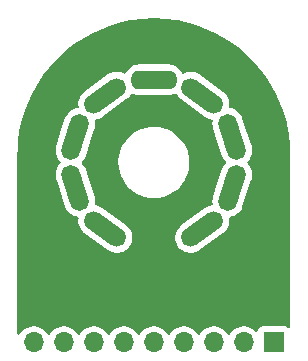
<source format=gbr>
%TF.GenerationSoftware,KiCad,Pcbnew,(6.0.5)*%
%TF.CreationDate,2023-02-15T13:57:15-05:00*%
%TF.ProjectId,12ax7_socket,31326178-375f-4736-9f63-6b65742e6b69,rev?*%
%TF.SameCoordinates,Original*%
%TF.FileFunction,Copper,L1,Top*%
%TF.FilePolarity,Positive*%
%FSLAX46Y46*%
G04 Gerber Fmt 4.6, Leading zero omitted, Abs format (unit mm)*
G04 Created by KiCad (PCBNEW (6.0.5)) date 2023-02-15 13:57:15*
%MOMM*%
%LPD*%
G01*
G04 APERTURE LIST*
G04 Aperture macros list*
%AMHorizOval*
0 Thick line with rounded ends*
0 $1 width*
0 $2 $3 position (X,Y) of the first rounded end (center of the circle)*
0 $4 $5 position (X,Y) of the second rounded end (center of the circle)*
0 Add line between two ends*
20,1,$1,$2,$3,$4,$5,0*
0 Add two circle primitives to create the rounded ends*
1,1,$1,$2,$3*
1,1,$1,$4,$5*%
G04 Aperture macros list end*
%TA.AperFunction,ComponentPad*%
%ADD10HorizOval,1.600000X-0.970820X-0.705342X0.970820X0.705342X0*%
%TD*%
%TA.AperFunction,ComponentPad*%
%ADD11HorizOval,1.600000X-0.370820X-1.141268X0.370820X1.141268X0*%
%TD*%
%TA.AperFunction,ComponentPad*%
%ADD12HorizOval,1.600000X-0.370820X1.141268X0.370820X-1.141268X0*%
%TD*%
%TA.AperFunction,ComponentPad*%
%ADD13HorizOval,1.600000X-0.970820X0.705342X0.970820X-0.705342X0*%
%TD*%
%TA.AperFunction,ComponentPad*%
%ADD14O,4.000000X1.600000*%
%TD*%
%TA.AperFunction,ComponentPad*%
%ADD15R,1.700000X1.700000*%
%TD*%
%TA.AperFunction,ComponentPad*%
%ADD16O,1.700000X1.700000*%
%TD*%
G04 APERTURE END LIST*
D10*
%TO.P,U1,1,A*%
%TO.N,/A1*%
X164125680Y-99630984D03*
D11*
%TO.P,U1,2,G*%
%TO.N,/G1*%
X166663130Y-96138484D03*
D12*
%TO.P,U1,3,K*%
%TO.N,/K1*%
X166663130Y-91821516D03*
D13*
%TO.P,U1,4,F1*%
%TO.N,/H1*%
X164125680Y-88329016D03*
D14*
%TO.P,U1,5,F1*%
%TO.N,/H3*%
X160020000Y-86995000D03*
D10*
%TO.P,U1,6,A*%
%TO.N,/A2*%
X155914320Y-88329016D03*
D11*
%TO.P,U1,7,G*%
%TO.N,/G2*%
X153376870Y-91821516D03*
D12*
%TO.P,U1,8,K*%
%TO.N,/K2*%
X153376870Y-96138484D03*
D13*
%TO.P,U1,9,F2*%
%TO.N,/H2*%
X155914320Y-99630984D03*
%TD*%
D15*
%TO.P,J1,1,Pin_1*%
%TO.N,/H1*%
X170170000Y-109220000D03*
D16*
%TO.P,J1,2,Pin_2*%
%TO.N,/K1*%
X167630000Y-109220000D03*
%TO.P,J1,3,Pin_3*%
%TO.N,/G1*%
X165090000Y-109220000D03*
%TO.P,J1,4,Pin_4*%
%TO.N,/A1*%
X162550000Y-109220000D03*
%TO.P,J1,5,Pin_5*%
%TO.N,/H3*%
X160010000Y-109220000D03*
%TO.P,J1,6,Pin_6*%
%TO.N,/H2*%
X157470000Y-109220000D03*
%TO.P,J1,7,Pin_7*%
%TO.N,/K2*%
X154930000Y-109220000D03*
%TO.P,J1,8,Pin_8*%
%TO.N,/G2*%
X152390000Y-109220000D03*
%TO.P,J1,9,Pin_9*%
%TO.N,/A2*%
X149850000Y-109220000D03*
%TD*%
%TA.AperFunction,NonConductor*%
G36*
X160402087Y-81799618D02*
G01*
X160688292Y-81807946D01*
X160695592Y-81808371D01*
X161098655Y-81843634D01*
X161357980Y-81866322D01*
X161365259Y-81867173D01*
X161568013Y-81896872D01*
X162023152Y-81963540D01*
X162030344Y-81964808D01*
X162437415Y-82048862D01*
X162681517Y-82099265D01*
X162688648Y-82100955D01*
X163330897Y-82273044D01*
X163337919Y-82275146D01*
X163969081Y-82484291D01*
X163975968Y-82486798D01*
X164593888Y-82732282D01*
X164600618Y-82735185D01*
X165203232Y-83016188D01*
X165209782Y-83019478D01*
X165795017Y-83335034D01*
X165801364Y-83338698D01*
X166367283Y-83687762D01*
X166373407Y-83691790D01*
X166918071Y-84073168D01*
X166923933Y-84077532D01*
X167123460Y-84235298D01*
X167445502Y-84489936D01*
X167451116Y-84494647D01*
X167947816Y-84936673D01*
X167953147Y-84941703D01*
X168423297Y-85411853D01*
X168428327Y-85417184D01*
X168870353Y-85913884D01*
X168875064Y-85919498D01*
X168927365Y-85985643D01*
X169225767Y-86363033D01*
X169287461Y-86441058D01*
X169291832Y-86446929D01*
X169509715Y-86758098D01*
X169673210Y-86991593D01*
X169677238Y-86997717D01*
X170026302Y-87563636D01*
X170029966Y-87569983D01*
X170345522Y-88155218D01*
X170348812Y-88161768D01*
X170629815Y-88764382D01*
X170632718Y-88771112D01*
X170878202Y-89389032D01*
X170880709Y-89395919D01*
X171089854Y-90027081D01*
X171091956Y-90034103D01*
X171264045Y-90676352D01*
X171265735Y-90683483D01*
X171400192Y-91334656D01*
X171401460Y-91341848D01*
X171425415Y-91505386D01*
X171497827Y-91999741D01*
X171498678Y-92007020D01*
X171512148Y-92160984D01*
X171555115Y-92652091D01*
X171556629Y-92669400D01*
X171557054Y-92676708D01*
X171568858Y-93082337D01*
X171575192Y-93300031D01*
X171573744Y-93323085D01*
X171572690Y-93329850D01*
X171572690Y-93329856D01*
X171571309Y-93338724D01*
X171572473Y-93347626D01*
X171572473Y-93347628D01*
X171575436Y-93370283D01*
X171576500Y-93386621D01*
X171576500Y-107899673D01*
X171556498Y-107967794D01*
X171502842Y-108014287D01*
X171432568Y-108024391D01*
X171374935Y-108000499D01*
X171331297Y-107967794D01*
X171266705Y-107919385D01*
X171130316Y-107868255D01*
X171068134Y-107861500D01*
X169271866Y-107861500D01*
X169209684Y-107868255D01*
X169073295Y-107919385D01*
X168956739Y-108006739D01*
X168869385Y-108123295D01*
X168866233Y-108131703D01*
X168824919Y-108241907D01*
X168782277Y-108298671D01*
X168715716Y-108323371D01*
X168646367Y-108308163D01*
X168613743Y-108282476D01*
X168563151Y-108226875D01*
X168563142Y-108226866D01*
X168559670Y-108223051D01*
X168555619Y-108219852D01*
X168555615Y-108219848D01*
X168388414Y-108087800D01*
X168388410Y-108087798D01*
X168384359Y-108084598D01*
X168188789Y-107976638D01*
X168183920Y-107974914D01*
X168183916Y-107974912D01*
X167983087Y-107903795D01*
X167983083Y-107903794D01*
X167978212Y-107902069D01*
X167973119Y-107901162D01*
X167973116Y-107901161D01*
X167763373Y-107863800D01*
X167763367Y-107863799D01*
X167758284Y-107862894D01*
X167684452Y-107861992D01*
X167540081Y-107860228D01*
X167540079Y-107860228D01*
X167534911Y-107860165D01*
X167314091Y-107893955D01*
X167101756Y-107963357D01*
X167071443Y-107979137D01*
X167003921Y-108014287D01*
X166903607Y-108066507D01*
X166899474Y-108069610D01*
X166899471Y-108069612D01*
X166729100Y-108197530D01*
X166724965Y-108200635D01*
X166685525Y-108241907D01*
X166631280Y-108298671D01*
X166570629Y-108362138D01*
X166463201Y-108519621D01*
X166408293Y-108564621D01*
X166337768Y-108572792D01*
X166274021Y-108541538D01*
X166253324Y-108517054D01*
X166172822Y-108392617D01*
X166172820Y-108392614D01*
X166170014Y-108388277D01*
X166019670Y-108223051D01*
X166015619Y-108219852D01*
X166015615Y-108219848D01*
X165848414Y-108087800D01*
X165848410Y-108087798D01*
X165844359Y-108084598D01*
X165648789Y-107976638D01*
X165643920Y-107974914D01*
X165643916Y-107974912D01*
X165443087Y-107903795D01*
X165443083Y-107903794D01*
X165438212Y-107902069D01*
X165433119Y-107901162D01*
X165433116Y-107901161D01*
X165223373Y-107863800D01*
X165223367Y-107863799D01*
X165218284Y-107862894D01*
X165144452Y-107861992D01*
X165000081Y-107860228D01*
X165000079Y-107860228D01*
X164994911Y-107860165D01*
X164774091Y-107893955D01*
X164561756Y-107963357D01*
X164531443Y-107979137D01*
X164463921Y-108014287D01*
X164363607Y-108066507D01*
X164359474Y-108069610D01*
X164359471Y-108069612D01*
X164189100Y-108197530D01*
X164184965Y-108200635D01*
X164145525Y-108241907D01*
X164091280Y-108298671D01*
X164030629Y-108362138D01*
X163923201Y-108519621D01*
X163868293Y-108564621D01*
X163797768Y-108572792D01*
X163734021Y-108541538D01*
X163713324Y-108517054D01*
X163632822Y-108392617D01*
X163632820Y-108392614D01*
X163630014Y-108388277D01*
X163479670Y-108223051D01*
X163475619Y-108219852D01*
X163475615Y-108219848D01*
X163308414Y-108087800D01*
X163308410Y-108087798D01*
X163304359Y-108084598D01*
X163108789Y-107976638D01*
X163103920Y-107974914D01*
X163103916Y-107974912D01*
X162903087Y-107903795D01*
X162903083Y-107903794D01*
X162898212Y-107902069D01*
X162893119Y-107901162D01*
X162893116Y-107901161D01*
X162683373Y-107863800D01*
X162683367Y-107863799D01*
X162678284Y-107862894D01*
X162604452Y-107861992D01*
X162460081Y-107860228D01*
X162460079Y-107860228D01*
X162454911Y-107860165D01*
X162234091Y-107893955D01*
X162021756Y-107963357D01*
X161991443Y-107979137D01*
X161923921Y-108014287D01*
X161823607Y-108066507D01*
X161819474Y-108069610D01*
X161819471Y-108069612D01*
X161649100Y-108197530D01*
X161644965Y-108200635D01*
X161605525Y-108241907D01*
X161551280Y-108298671D01*
X161490629Y-108362138D01*
X161383201Y-108519621D01*
X161328293Y-108564621D01*
X161257768Y-108572792D01*
X161194021Y-108541538D01*
X161173324Y-108517054D01*
X161092822Y-108392617D01*
X161092820Y-108392614D01*
X161090014Y-108388277D01*
X160939670Y-108223051D01*
X160935619Y-108219852D01*
X160935615Y-108219848D01*
X160768414Y-108087800D01*
X160768410Y-108087798D01*
X160764359Y-108084598D01*
X160568789Y-107976638D01*
X160563920Y-107974914D01*
X160563916Y-107974912D01*
X160363087Y-107903795D01*
X160363083Y-107903794D01*
X160358212Y-107902069D01*
X160353119Y-107901162D01*
X160353116Y-107901161D01*
X160143373Y-107863800D01*
X160143367Y-107863799D01*
X160138284Y-107862894D01*
X160064452Y-107861992D01*
X159920081Y-107860228D01*
X159920079Y-107860228D01*
X159914911Y-107860165D01*
X159694091Y-107893955D01*
X159481756Y-107963357D01*
X159451443Y-107979137D01*
X159383921Y-108014287D01*
X159283607Y-108066507D01*
X159279474Y-108069610D01*
X159279471Y-108069612D01*
X159109100Y-108197530D01*
X159104965Y-108200635D01*
X159065525Y-108241907D01*
X159011280Y-108298671D01*
X158950629Y-108362138D01*
X158843201Y-108519621D01*
X158788293Y-108564621D01*
X158717768Y-108572792D01*
X158654021Y-108541538D01*
X158633324Y-108517054D01*
X158552822Y-108392617D01*
X158552820Y-108392614D01*
X158550014Y-108388277D01*
X158399670Y-108223051D01*
X158395619Y-108219852D01*
X158395615Y-108219848D01*
X158228414Y-108087800D01*
X158228410Y-108087798D01*
X158224359Y-108084598D01*
X158028789Y-107976638D01*
X158023920Y-107974914D01*
X158023916Y-107974912D01*
X157823087Y-107903795D01*
X157823083Y-107903794D01*
X157818212Y-107902069D01*
X157813119Y-107901162D01*
X157813116Y-107901161D01*
X157603373Y-107863800D01*
X157603367Y-107863799D01*
X157598284Y-107862894D01*
X157524452Y-107861992D01*
X157380081Y-107860228D01*
X157380079Y-107860228D01*
X157374911Y-107860165D01*
X157154091Y-107893955D01*
X156941756Y-107963357D01*
X156911443Y-107979137D01*
X156843921Y-108014287D01*
X156743607Y-108066507D01*
X156739474Y-108069610D01*
X156739471Y-108069612D01*
X156569100Y-108197530D01*
X156564965Y-108200635D01*
X156525525Y-108241907D01*
X156471280Y-108298671D01*
X156410629Y-108362138D01*
X156303201Y-108519621D01*
X156248293Y-108564621D01*
X156177768Y-108572792D01*
X156114021Y-108541538D01*
X156093324Y-108517054D01*
X156012822Y-108392617D01*
X156012820Y-108392614D01*
X156010014Y-108388277D01*
X155859670Y-108223051D01*
X155855619Y-108219852D01*
X155855615Y-108219848D01*
X155688414Y-108087800D01*
X155688410Y-108087798D01*
X155684359Y-108084598D01*
X155488789Y-107976638D01*
X155483920Y-107974914D01*
X155483916Y-107974912D01*
X155283087Y-107903795D01*
X155283083Y-107903794D01*
X155278212Y-107902069D01*
X155273119Y-107901162D01*
X155273116Y-107901161D01*
X155063373Y-107863800D01*
X155063367Y-107863799D01*
X155058284Y-107862894D01*
X154984452Y-107861992D01*
X154840081Y-107860228D01*
X154840079Y-107860228D01*
X154834911Y-107860165D01*
X154614091Y-107893955D01*
X154401756Y-107963357D01*
X154371443Y-107979137D01*
X154303921Y-108014287D01*
X154203607Y-108066507D01*
X154199474Y-108069610D01*
X154199471Y-108069612D01*
X154029100Y-108197530D01*
X154024965Y-108200635D01*
X153985525Y-108241907D01*
X153931280Y-108298671D01*
X153870629Y-108362138D01*
X153763201Y-108519621D01*
X153708293Y-108564621D01*
X153637768Y-108572792D01*
X153574021Y-108541538D01*
X153553324Y-108517054D01*
X153472822Y-108392617D01*
X153472820Y-108392614D01*
X153470014Y-108388277D01*
X153319670Y-108223051D01*
X153315619Y-108219852D01*
X153315615Y-108219848D01*
X153148414Y-108087800D01*
X153148410Y-108087798D01*
X153144359Y-108084598D01*
X152948789Y-107976638D01*
X152943920Y-107974914D01*
X152943916Y-107974912D01*
X152743087Y-107903795D01*
X152743083Y-107903794D01*
X152738212Y-107902069D01*
X152733119Y-107901162D01*
X152733116Y-107901161D01*
X152523373Y-107863800D01*
X152523367Y-107863799D01*
X152518284Y-107862894D01*
X152444452Y-107861992D01*
X152300081Y-107860228D01*
X152300079Y-107860228D01*
X152294911Y-107860165D01*
X152074091Y-107893955D01*
X151861756Y-107963357D01*
X151831443Y-107979137D01*
X151763921Y-108014287D01*
X151663607Y-108066507D01*
X151659474Y-108069610D01*
X151659471Y-108069612D01*
X151489100Y-108197530D01*
X151484965Y-108200635D01*
X151445525Y-108241907D01*
X151391280Y-108298671D01*
X151330629Y-108362138D01*
X151223201Y-108519621D01*
X151168293Y-108564621D01*
X151097768Y-108572792D01*
X151034021Y-108541538D01*
X151013324Y-108517054D01*
X150932822Y-108392617D01*
X150932820Y-108392614D01*
X150930014Y-108388277D01*
X150779670Y-108223051D01*
X150775619Y-108219852D01*
X150775615Y-108219848D01*
X150608414Y-108087800D01*
X150608410Y-108087798D01*
X150604359Y-108084598D01*
X150408789Y-107976638D01*
X150403920Y-107974914D01*
X150403916Y-107974912D01*
X150203087Y-107903795D01*
X150203083Y-107903794D01*
X150198212Y-107902069D01*
X150193119Y-107901162D01*
X150193116Y-107901161D01*
X149983373Y-107863800D01*
X149983367Y-107863799D01*
X149978284Y-107862894D01*
X149904452Y-107861992D01*
X149760081Y-107860228D01*
X149760079Y-107860228D01*
X149754911Y-107860165D01*
X149534091Y-107893955D01*
X149321756Y-107963357D01*
X149291443Y-107979137D01*
X149223921Y-108014287D01*
X149123607Y-108066507D01*
X149119474Y-108069610D01*
X149119471Y-108069612D01*
X148949100Y-108197530D01*
X148944965Y-108200635D01*
X148905525Y-108241907D01*
X148851280Y-108298671D01*
X148790629Y-108362138D01*
X148787720Y-108366403D01*
X148787714Y-108366411D01*
X148693588Y-108504395D01*
X148638677Y-108549398D01*
X148568152Y-108557569D01*
X148504405Y-108526315D01*
X148467675Y-108465558D01*
X148463500Y-108433391D01*
X148463500Y-94951375D01*
X151693352Y-94951375D01*
X151693640Y-94956867D01*
X151702291Y-95121929D01*
X151705335Y-95180019D01*
X151743939Y-95347233D01*
X151744788Y-95349847D01*
X151744790Y-95349853D01*
X151798140Y-95514047D01*
X152520886Y-97738431D01*
X152587940Y-97896402D01*
X152712640Y-98088422D01*
X152868788Y-98255871D01*
X153051641Y-98393661D01*
X153255645Y-98497606D01*
X153260900Y-98499213D01*
X153260906Y-98499215D01*
X153406011Y-98543578D01*
X153474598Y-98564547D01*
X153523165Y-98570510D01*
X153541783Y-98572796D01*
X153606958Y-98600951D01*
X153646566Y-98659872D01*
X153650113Y-98721898D01*
X153637197Y-98788344D01*
X153633202Y-99017267D01*
X153669019Y-99243406D01*
X153670811Y-99248610D01*
X153732636Y-99428163D01*
X153743560Y-99459890D01*
X153854561Y-99660140D01*
X153998648Y-99838074D01*
X154128166Y-99950662D01*
X156162240Y-101428503D01*
X156164590Y-101429915D01*
X156164596Y-101429919D01*
X156304624Y-101514056D01*
X156309341Y-101516890D01*
X156314477Y-101518861D01*
X156314480Y-101518863D01*
X156517948Y-101596967D01*
X156517950Y-101596968D01*
X156523091Y-101598941D01*
X156528498Y-101599992D01*
X156742438Y-101641579D01*
X156742443Y-101641580D01*
X156747842Y-101642629D01*
X156976765Y-101646624D01*
X157202904Y-101610807D01*
X157254833Y-101592926D01*
X157414182Y-101538059D01*
X157414186Y-101538057D01*
X157419388Y-101536266D01*
X157424198Y-101533600D01*
X157424202Y-101533598D01*
X157614823Y-101427934D01*
X157619638Y-101425265D01*
X157623912Y-101421804D01*
X157623915Y-101421802D01*
X157793296Y-101284641D01*
X157793299Y-101284639D01*
X157797572Y-101281178D01*
X157947782Y-101108381D01*
X158065704Y-100912125D01*
X158147755Y-100698375D01*
X158191443Y-100473624D01*
X158195438Y-100244701D01*
X158159621Y-100018562D01*
X158136241Y-99950662D01*
X158086873Y-99807284D01*
X158086871Y-99807280D01*
X158085080Y-99802078D01*
X157974079Y-99601828D01*
X157829992Y-99423894D01*
X157700474Y-99311306D01*
X155666400Y-97833465D01*
X155664050Y-97832053D01*
X155664044Y-97832049D01*
X155524016Y-97747912D01*
X155524014Y-97747911D01*
X155519299Y-97745078D01*
X155514163Y-97743107D01*
X155514160Y-97743105D01*
X155310692Y-97665001D01*
X155310690Y-97665000D01*
X155305549Y-97663027D01*
X155300145Y-97661976D01*
X155300143Y-97661976D01*
X155264445Y-97655037D01*
X155140973Y-97631036D01*
X155077922Y-97598404D01*
X155042522Y-97536863D01*
X155039956Y-97491996D01*
X155059718Y-97331048D01*
X155060388Y-97325593D01*
X155048405Y-97096949D01*
X155009801Y-96929735D01*
X155004884Y-96914600D01*
X154549816Y-95514047D01*
X154232854Y-94538537D01*
X154165800Y-94380566D01*
X154041100Y-94188546D01*
X153964308Y-94106196D01*
X157009044Y-94106196D01*
X157009405Y-94109810D01*
X157009405Y-94109816D01*
X157028066Y-94296770D01*
X157043503Y-94451431D01*
X157117414Y-94790417D01*
X157118587Y-94793844D01*
X157118589Y-94793850D01*
X157228624Y-95115235D01*
X157229797Y-95118661D01*
X157379163Y-95431812D01*
X157563532Y-95725721D01*
X157565804Y-95728557D01*
X157565809Y-95728564D01*
X157622252Y-95799016D01*
X157780459Y-95996491D01*
X158027071Y-96240534D01*
X158300098Y-96454614D01*
X158595921Y-96635895D01*
X158599206Y-96637420D01*
X158599210Y-96637422D01*
X158838653Y-96748567D01*
X158910620Y-96781973D01*
X159014926Y-96816469D01*
X159236578Y-96889774D01*
X159236583Y-96889775D01*
X159240023Y-96890913D01*
X159243578Y-96891649D01*
X159243581Y-96891650D01*
X159576214Y-96960535D01*
X159576217Y-96960535D01*
X159579764Y-96961270D01*
X159718221Y-96973627D01*
X159882076Y-96988251D01*
X159882082Y-96988251D01*
X159884869Y-96988500D01*
X160108432Y-96988500D01*
X160110251Y-96988395D01*
X160110255Y-96988395D01*
X160362754Y-96973836D01*
X160362759Y-96973835D01*
X160366374Y-96973627D01*
X160441388Y-96960535D01*
X160704585Y-96914600D01*
X160704592Y-96914598D01*
X160708158Y-96913976D01*
X160711633Y-96912947D01*
X160711640Y-96912945D01*
X160844863Y-96873482D01*
X161040820Y-96815437D01*
X161044159Y-96814013D01*
X161356614Y-96680740D01*
X161356617Y-96680738D01*
X161359952Y-96679316D01*
X161363099Y-96677521D01*
X161363103Y-96677519D01*
X161658184Y-96509208D01*
X161661324Y-96507417D01*
X161940940Y-96302018D01*
X162195096Y-96065842D01*
X162420422Y-95802019D01*
X162613931Y-95514047D01*
X162773060Y-95205741D01*
X162895698Y-94881189D01*
X162980220Y-94544692D01*
X163025506Y-94200711D01*
X163028620Y-94002470D01*
X163030899Y-93857446D01*
X163030899Y-93857442D01*
X163030956Y-93853804D01*
X163030121Y-93845432D01*
X162996857Y-93512177D01*
X162996497Y-93508569D01*
X162922586Y-93169583D01*
X162869346Y-93014080D01*
X162811376Y-92844765D01*
X162810203Y-92841339D01*
X162660837Y-92528188D01*
X162476468Y-92234279D01*
X162474196Y-92231443D01*
X162474191Y-92231436D01*
X162261813Y-91966345D01*
X162259541Y-91963509D01*
X162012929Y-91719466D01*
X161739902Y-91505386D01*
X161444079Y-91324105D01*
X161440794Y-91322580D01*
X161440790Y-91322578D01*
X161132663Y-91179551D01*
X161129380Y-91178027D01*
X160959112Y-91121716D01*
X160803422Y-91070226D01*
X160803417Y-91070225D01*
X160799977Y-91069087D01*
X160796422Y-91068351D01*
X160796419Y-91068350D01*
X160463786Y-90999465D01*
X160463783Y-90999465D01*
X160460236Y-90998730D01*
X160305947Y-90984960D01*
X160157924Y-90971749D01*
X160157918Y-90971749D01*
X160155131Y-90971500D01*
X159931568Y-90971500D01*
X159929749Y-90971605D01*
X159929745Y-90971605D01*
X159677246Y-90986164D01*
X159677241Y-90986165D01*
X159673626Y-90986373D01*
X159604669Y-90998408D01*
X159335415Y-91045400D01*
X159335408Y-91045402D01*
X159331842Y-91046024D01*
X159328367Y-91047053D01*
X159328360Y-91047055D01*
X159250137Y-91070226D01*
X158999180Y-91144563D01*
X158995844Y-91145986D01*
X158995841Y-91145987D01*
X158683386Y-91279260D01*
X158683383Y-91279262D01*
X158680048Y-91280684D01*
X158676901Y-91282479D01*
X158676897Y-91282481D01*
X158579150Y-91338235D01*
X158378676Y-91452583D01*
X158099060Y-91657982D01*
X157844904Y-91894158D01*
X157619578Y-92157981D01*
X157426069Y-92445953D01*
X157266940Y-92754259D01*
X157144302Y-93078811D01*
X157059780Y-93415308D01*
X157014494Y-93759289D01*
X157013200Y-93841686D01*
X157009677Y-94065932D01*
X157009044Y-94106196D01*
X153964308Y-94106196D01*
X153926761Y-94065932D01*
X153894932Y-94002470D01*
X153902465Y-93931874D01*
X153926761Y-93894068D01*
X153932560Y-93887849D01*
X154041100Y-93771454D01*
X154165800Y-93579434D01*
X154232854Y-93421463D01*
X154805042Y-91660449D01*
X155008950Y-91032885D01*
X155008952Y-91032879D01*
X155009801Y-91030265D01*
X155048405Y-90863051D01*
X155060388Y-90634407D01*
X155039956Y-90468003D01*
X155051507Y-90397953D01*
X155099097Y-90345268D01*
X155140972Y-90328964D01*
X155264445Y-90304963D01*
X155300143Y-90298024D01*
X155300145Y-90298024D01*
X155305549Y-90296973D01*
X155310690Y-90295000D01*
X155310692Y-90294999D01*
X155514160Y-90216895D01*
X155514163Y-90216893D01*
X155519299Y-90214922D01*
X155524016Y-90212088D01*
X155664044Y-90127951D01*
X155664050Y-90127947D01*
X155666400Y-90126535D01*
X157700474Y-88648694D01*
X157829992Y-88536106D01*
X157974079Y-88358172D01*
X158055359Y-88211540D01*
X158105879Y-88161657D01*
X158175348Y-88147007D01*
X158218811Y-88158431D01*
X158365774Y-88226961D01*
X158365780Y-88226963D01*
X158370757Y-88229284D01*
X158376065Y-88230706D01*
X158376067Y-88230707D01*
X158586598Y-88287119D01*
X158586600Y-88287119D01*
X158591913Y-88288543D01*
X158691480Y-88297254D01*
X158760149Y-88303262D01*
X158760156Y-88303262D01*
X158762873Y-88303500D01*
X161277127Y-88303500D01*
X161279844Y-88303262D01*
X161279851Y-88303262D01*
X161348520Y-88297254D01*
X161448087Y-88288543D01*
X161453400Y-88287119D01*
X161453402Y-88287119D01*
X161663933Y-88230707D01*
X161663935Y-88230706D01*
X161669243Y-88229284D01*
X161674220Y-88226963D01*
X161674226Y-88226961D01*
X161821189Y-88158431D01*
X161891381Y-88147770D01*
X161956194Y-88176750D01*
X161984641Y-88211540D01*
X162065921Y-88358172D01*
X162210008Y-88536106D01*
X162339526Y-88648694D01*
X164373600Y-90126535D01*
X164375950Y-90127947D01*
X164375956Y-90127951D01*
X164515984Y-90212088D01*
X164520701Y-90214922D01*
X164525837Y-90216893D01*
X164525840Y-90216895D01*
X164729308Y-90294999D01*
X164729310Y-90295000D01*
X164734451Y-90296973D01*
X164739855Y-90298024D01*
X164739857Y-90298024D01*
X164775555Y-90304963D01*
X164899027Y-90328964D01*
X164962078Y-90361596D01*
X164997478Y-90423137D01*
X165000044Y-90468003D01*
X164979612Y-90634407D01*
X164991595Y-90863051D01*
X165030199Y-91030265D01*
X165031048Y-91032879D01*
X165031050Y-91032885D01*
X165234958Y-91660449D01*
X165807146Y-93421463D01*
X165874200Y-93579434D01*
X165998900Y-93771454D01*
X166107440Y-93887849D01*
X166113239Y-93894068D01*
X166145068Y-93957530D01*
X166137535Y-94028126D01*
X166113239Y-94065932D01*
X165998900Y-94188546D01*
X165874200Y-94380566D01*
X165807146Y-94538537D01*
X165490184Y-95514047D01*
X165035117Y-96914600D01*
X165030199Y-96929735D01*
X164991595Y-97096949D01*
X164979612Y-97325593D01*
X164980282Y-97331048D01*
X165000044Y-97491996D01*
X164988493Y-97562047D01*
X164940903Y-97614732D01*
X164899028Y-97631036D01*
X164775555Y-97655037D01*
X164739857Y-97661976D01*
X164739855Y-97661976D01*
X164734451Y-97663027D01*
X164729310Y-97665000D01*
X164729308Y-97665001D01*
X164525840Y-97743105D01*
X164525837Y-97743107D01*
X164520701Y-97745078D01*
X164515986Y-97747911D01*
X164515984Y-97747912D01*
X164375956Y-97832049D01*
X164375950Y-97832053D01*
X164373600Y-97833465D01*
X162339526Y-99311306D01*
X162210008Y-99423894D01*
X162065921Y-99601828D01*
X161954920Y-99802078D01*
X161953129Y-99807280D01*
X161953127Y-99807284D01*
X161903759Y-99950662D01*
X161880379Y-100018562D01*
X161844562Y-100244701D01*
X161848557Y-100473624D01*
X161892245Y-100698375D01*
X161974296Y-100912125D01*
X162092218Y-101108381D01*
X162242428Y-101281178D01*
X162246701Y-101284639D01*
X162246704Y-101284641D01*
X162416085Y-101421802D01*
X162416088Y-101421804D01*
X162420362Y-101425265D01*
X162425177Y-101427934D01*
X162615798Y-101533598D01*
X162615802Y-101533600D01*
X162620612Y-101536266D01*
X162625814Y-101538057D01*
X162625818Y-101538059D01*
X162785167Y-101592926D01*
X162837096Y-101610807D01*
X163063235Y-101646624D01*
X163292158Y-101642629D01*
X163297557Y-101641580D01*
X163297562Y-101641579D01*
X163511502Y-101599992D01*
X163516909Y-101598941D01*
X163522050Y-101596968D01*
X163522052Y-101596967D01*
X163725520Y-101518863D01*
X163725523Y-101518861D01*
X163730659Y-101516890D01*
X163735376Y-101514056D01*
X163875404Y-101429919D01*
X163875410Y-101429915D01*
X163877760Y-101428503D01*
X165911834Y-99950662D01*
X166041352Y-99838074D01*
X166185439Y-99660140D01*
X166296440Y-99459890D01*
X166307365Y-99428163D01*
X166369189Y-99248610D01*
X166370981Y-99243406D01*
X166406798Y-99017267D01*
X166402803Y-98788344D01*
X166389887Y-98721899D01*
X166396523Y-98651214D01*
X166440321Y-98595337D01*
X166498216Y-98572796D01*
X166565402Y-98564547D01*
X166633989Y-98543578D01*
X166779094Y-98499215D01*
X166779100Y-98499213D01*
X166784355Y-98497606D01*
X166988359Y-98393661D01*
X167171212Y-98255871D01*
X167327360Y-98088422D01*
X167452060Y-97896402D01*
X167519114Y-97738431D01*
X168241860Y-95514047D01*
X168295210Y-95349853D01*
X168295212Y-95349847D01*
X168296061Y-95347233D01*
X168334665Y-95180019D01*
X168337710Y-95121929D01*
X168346360Y-94956867D01*
X168346648Y-94951375D01*
X168318745Y-94724124D01*
X168317136Y-94718860D01*
X168253413Y-94510432D01*
X168253411Y-94510426D01*
X168251804Y-94505171D01*
X168147859Y-94301168D01*
X168010069Y-94118314D01*
X167960565Y-94072151D01*
X167924386Y-94011064D01*
X167926976Y-93940115D01*
X167960565Y-93887849D01*
X168006052Y-93845432D01*
X168006053Y-93845431D01*
X168010069Y-93841686D01*
X168147859Y-93658832D01*
X168251804Y-93454829D01*
X168253411Y-93449574D01*
X168253413Y-93449568D01*
X168317136Y-93241140D01*
X168317137Y-93241136D01*
X168318745Y-93235876D01*
X168346648Y-93008625D01*
X168337881Y-92841339D01*
X168334953Y-92785473D01*
X168334953Y-92785471D01*
X168334665Y-92779981D01*
X168296061Y-92612767D01*
X168242906Y-92449171D01*
X167936251Y-91505386D01*
X167519114Y-90221569D01*
X167452060Y-90063598D01*
X167327360Y-89871578D01*
X167171212Y-89704129D01*
X166988359Y-89566339D01*
X166784355Y-89462394D01*
X166779100Y-89460787D01*
X166779094Y-89460785D01*
X166633989Y-89416422D01*
X166565402Y-89395453D01*
X166498216Y-89387204D01*
X166433042Y-89359049D01*
X166393434Y-89300128D01*
X166389887Y-89238100D01*
X166401753Y-89177058D01*
X166401753Y-89177057D01*
X166402803Y-89171656D01*
X166406798Y-88942733D01*
X166370981Y-88716594D01*
X166347601Y-88648694D01*
X166298233Y-88505316D01*
X166298231Y-88505312D01*
X166296440Y-88500110D01*
X166185439Y-88299860D01*
X166129441Y-88230707D01*
X166044809Y-88126195D01*
X166041352Y-88121926D01*
X165911834Y-88009338D01*
X163877760Y-86531497D01*
X163875410Y-86530085D01*
X163875404Y-86530081D01*
X163735376Y-86445944D01*
X163735374Y-86445943D01*
X163730659Y-86443110D01*
X163725523Y-86441139D01*
X163725520Y-86441137D01*
X163522052Y-86363033D01*
X163522050Y-86363032D01*
X163516909Y-86361059D01*
X163451441Y-86348333D01*
X163297562Y-86318421D01*
X163297557Y-86318420D01*
X163292158Y-86317371D01*
X163063235Y-86313376D01*
X162837096Y-86349193D01*
X162785167Y-86367074D01*
X162625818Y-86421941D01*
X162625814Y-86421943D01*
X162620612Y-86423734D01*
X162561409Y-86456551D01*
X162492135Y-86472082D01*
X162425458Y-86447694D01*
X162386131Y-86399599D01*
X162359852Y-86343243D01*
X162359846Y-86343232D01*
X162357523Y-86338251D01*
X162226198Y-86150700D01*
X162064300Y-85988802D01*
X162059792Y-85985645D01*
X162059789Y-85985643D01*
X161957306Y-85913884D01*
X161876749Y-85857477D01*
X161871767Y-85855154D01*
X161871762Y-85855151D01*
X161674225Y-85763039D01*
X161674224Y-85763039D01*
X161669243Y-85760716D01*
X161663935Y-85759294D01*
X161663933Y-85759293D01*
X161453402Y-85702881D01*
X161453400Y-85702881D01*
X161448087Y-85701457D01*
X161348520Y-85692746D01*
X161279851Y-85686738D01*
X161279844Y-85686738D01*
X161277127Y-85686500D01*
X158762873Y-85686500D01*
X158760156Y-85686738D01*
X158760149Y-85686738D01*
X158691480Y-85692746D01*
X158591913Y-85701457D01*
X158586600Y-85702881D01*
X158586598Y-85702881D01*
X158376067Y-85759293D01*
X158376065Y-85759294D01*
X158370757Y-85760716D01*
X158365776Y-85763039D01*
X158365775Y-85763039D01*
X158168238Y-85855151D01*
X158168233Y-85855154D01*
X158163251Y-85857477D01*
X158082694Y-85913884D01*
X157980211Y-85985643D01*
X157980208Y-85985645D01*
X157975700Y-85988802D01*
X157813802Y-86150700D01*
X157682477Y-86338251D01*
X157680154Y-86343232D01*
X157680148Y-86343243D01*
X157653869Y-86399599D01*
X157606952Y-86452883D01*
X157538675Y-86472344D01*
X157478591Y-86456551D01*
X157419388Y-86423734D01*
X157414186Y-86421943D01*
X157414182Y-86421941D01*
X157254833Y-86367074D01*
X157202904Y-86349193D01*
X156976765Y-86313376D01*
X156747842Y-86317371D01*
X156742443Y-86318420D01*
X156742438Y-86318421D01*
X156588559Y-86348333D01*
X156523091Y-86361059D01*
X156517950Y-86363032D01*
X156517948Y-86363033D01*
X156314480Y-86441137D01*
X156314477Y-86441139D01*
X156309341Y-86443110D01*
X156304626Y-86445943D01*
X156304624Y-86445944D01*
X156164596Y-86530081D01*
X156164590Y-86530085D01*
X156162240Y-86531497D01*
X154128166Y-88009338D01*
X153998648Y-88121926D01*
X153995191Y-88126195D01*
X153910560Y-88230707D01*
X153854561Y-88299860D01*
X153743560Y-88500110D01*
X153741769Y-88505312D01*
X153741767Y-88505316D01*
X153692399Y-88648694D01*
X153669019Y-88716594D01*
X153633202Y-88942733D01*
X153637197Y-89171656D01*
X153638247Y-89177057D01*
X153638247Y-89177058D01*
X153650113Y-89238100D01*
X153643477Y-89308786D01*
X153599679Y-89364663D01*
X153541783Y-89387204D01*
X153526895Y-89389032D01*
X153474598Y-89395453D01*
X153406011Y-89416422D01*
X153260906Y-89460785D01*
X153260900Y-89460787D01*
X153255645Y-89462394D01*
X153051641Y-89566339D01*
X152868788Y-89704129D01*
X152712640Y-89871578D01*
X152587940Y-90063598D01*
X152520886Y-90221569D01*
X152103749Y-91505386D01*
X151797095Y-92449171D01*
X151743939Y-92612767D01*
X151705335Y-92779981D01*
X151705047Y-92785471D01*
X151705047Y-92785473D01*
X151702119Y-92841339D01*
X151693352Y-93008625D01*
X151721255Y-93235876D01*
X151722863Y-93241136D01*
X151722864Y-93241140D01*
X151786587Y-93449568D01*
X151786589Y-93449574D01*
X151788196Y-93454829D01*
X151892141Y-93658833D01*
X152029931Y-93841686D01*
X152033947Y-93845431D01*
X152033948Y-93845432D01*
X152079435Y-93887849D01*
X152115614Y-93948936D01*
X152113024Y-94019885D01*
X152079435Y-94072151D01*
X152029931Y-94118314D01*
X151892141Y-94301167D01*
X151788196Y-94505171D01*
X151786589Y-94510426D01*
X151786587Y-94510432D01*
X151722864Y-94718860D01*
X151721255Y-94724124D01*
X151693352Y-94951375D01*
X148463500Y-94951375D01*
X148463500Y-93398250D01*
X148465246Y-93377345D01*
X148467770Y-93362344D01*
X148467770Y-93362341D01*
X148468576Y-93357552D01*
X148468729Y-93345000D01*
X148465917Y-93325363D01*
X148464698Y-93303842D01*
X148475876Y-92919681D01*
X148482946Y-92676708D01*
X148483371Y-92669400D01*
X148484886Y-92652091D01*
X148527852Y-92160984D01*
X148541322Y-92007020D01*
X148542173Y-91999741D01*
X148614585Y-91505386D01*
X148638540Y-91341848D01*
X148639808Y-91334656D01*
X148774265Y-90683483D01*
X148775955Y-90676352D01*
X148948044Y-90034103D01*
X148950146Y-90027081D01*
X149159291Y-89395919D01*
X149161798Y-89389032D01*
X149407282Y-88771112D01*
X149410185Y-88764382D01*
X149691188Y-88161768D01*
X149694478Y-88155218D01*
X150010034Y-87569983D01*
X150013698Y-87563636D01*
X150362762Y-86997717D01*
X150366790Y-86991593D01*
X150530285Y-86758098D01*
X150748168Y-86446929D01*
X150752539Y-86441058D01*
X150814234Y-86363033D01*
X151112635Y-85985643D01*
X151164936Y-85919498D01*
X151169647Y-85913884D01*
X151611673Y-85417184D01*
X151616703Y-85411853D01*
X152086853Y-84941703D01*
X152092184Y-84936673D01*
X152588884Y-84494647D01*
X152594498Y-84489936D01*
X152916540Y-84235298D01*
X153116067Y-84077532D01*
X153121929Y-84073168D01*
X153666593Y-83691790D01*
X153672717Y-83687762D01*
X154238636Y-83338698D01*
X154244983Y-83335034D01*
X154830218Y-83019478D01*
X154836768Y-83016188D01*
X155439382Y-82735185D01*
X155446112Y-82732282D01*
X156064032Y-82486798D01*
X156070919Y-82484291D01*
X156702081Y-82275146D01*
X156709103Y-82273044D01*
X157351352Y-82100955D01*
X157358483Y-82099265D01*
X157602585Y-82048862D01*
X158009656Y-81964808D01*
X158016848Y-81963540D01*
X158471987Y-81896872D01*
X158674741Y-81867173D01*
X158682020Y-81866322D01*
X158941345Y-81843634D01*
X159344408Y-81808371D01*
X159351708Y-81807946D01*
X159637913Y-81799618D01*
X160016335Y-81788607D01*
X160023665Y-81788607D01*
X160402087Y-81799618D01*
G37*
%TD.AperFunction*%
M02*

</source>
